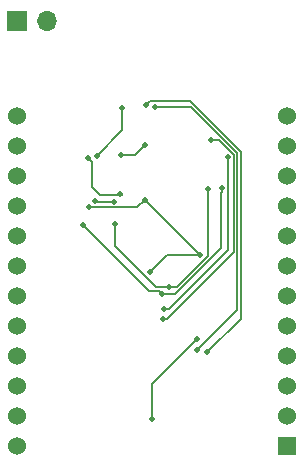
<source format=gbl>
G04 #@! TF.GenerationSoftware,KiCad,Pcbnew,(5.1.5)-3*
G04 #@! TF.CreationDate,2020-01-04T17:30:10-08:00*
G04 #@! TF.ProjectId,pcb,7063622e-6b69-4636-9164-5f7063625858,v1.1*
G04 #@! TF.SameCoordinates,Original*
G04 #@! TF.FileFunction,Copper,L2,Bot*
G04 #@! TF.FilePolarity,Positive*
%FSLAX46Y46*%
G04 Gerber Fmt 4.6, Leading zero omitted, Abs format (unit mm)*
G04 Created by KiCad (PCBNEW (5.1.5)-3) date 2020-01-04 17:30:10*
%MOMM*%
%LPD*%
G04 APERTURE LIST*
%ADD10R,1.524000X1.524000*%
%ADD11C,1.524000*%
%ADD12R,1.700000X1.700000*%
%ADD13O,1.700000X1.700000*%
%ADD14C,0.508000*%
%ADD15C,0.152400*%
G04 APERTURE END LIST*
D10*
X151892000Y-124968000D03*
D11*
X151892000Y-122428000D03*
X151892000Y-119888000D03*
X151892000Y-117348000D03*
X151892000Y-114808000D03*
X151892000Y-112268000D03*
X151892000Y-109728000D03*
X151892000Y-107188000D03*
X151892000Y-104648000D03*
X151892000Y-102108000D03*
X151892000Y-99568000D03*
X151892000Y-97028000D03*
X129032000Y-97028000D03*
X129032000Y-99568000D03*
X129032000Y-102108000D03*
X129032000Y-104648000D03*
X129032000Y-107188000D03*
X129032000Y-109728000D03*
X129032000Y-112268000D03*
X129032000Y-114808000D03*
X129032000Y-117348000D03*
X129032000Y-119888000D03*
X129032000Y-122428000D03*
X129032000Y-124968000D03*
D12*
X129032000Y-89027000D03*
D13*
X131572000Y-89027000D03*
D14*
X135636000Y-104267000D03*
X137205200Y-104294800D03*
X141859000Y-111506000D03*
X137287000Y-106172000D03*
X145161000Y-103251000D03*
X139827000Y-104140000D03*
X144526000Y-108839000D03*
X135128000Y-104775000D03*
X140249447Y-110277447D03*
X144272000Y-115951000D03*
X140462000Y-122682000D03*
X141323200Y-112141000D03*
X134620000Y-106299000D03*
X146381553Y-103124000D03*
X144272000Y-116840000D03*
X140716000Y-96266000D03*
X145096793Y-117031207D03*
X139954000Y-96139000D03*
X141478000Y-113411000D03*
X146861753Y-100534247D03*
X141373053Y-114195053D03*
X145415000Y-99060000D03*
X135001000Y-100584000D03*
X137770148Y-103659800D03*
X137795000Y-100330000D03*
X139868294Y-99458413D03*
X137922000Y-96393000D03*
X135781847Y-100392953D03*
D15*
X135663800Y-104294800D02*
X135636000Y-104267000D01*
X137205200Y-104294800D02*
X135663800Y-104294800D01*
X137287000Y-108025698D02*
X137287000Y-106172000D01*
X141859000Y-111506000D02*
X140767302Y-111506000D01*
X140767302Y-111506000D02*
X137287000Y-108025698D01*
X145161000Y-108914698D02*
X145161000Y-103251000D01*
X141859000Y-111506000D02*
X142569698Y-111506000D01*
X142569698Y-111506000D02*
X145161000Y-108914698D01*
X139827000Y-104140000D02*
X144526000Y-108839000D01*
X139827000Y-104140000D02*
X139192000Y-104775000D01*
X139192000Y-104775000D02*
X135128000Y-104775000D01*
X141687894Y-108839000D02*
X144526000Y-108839000D01*
X140249447Y-110277447D02*
X141687894Y-108839000D01*
X144272000Y-115951000D02*
X140462000Y-119761000D01*
X140462000Y-119761000D02*
X140462000Y-122682000D01*
X141069201Y-111887001D02*
X140335001Y-111887001D01*
X141323200Y-112141000D02*
X141069201Y-111887001D01*
X140335001Y-111887001D02*
X140208001Y-111887001D01*
X140208001Y-111887001D02*
X134620000Y-106299000D01*
X141323200Y-112141000D02*
X142362370Y-112141000D01*
X142362370Y-112141000D02*
X146304000Y-108199370D01*
X146304000Y-103560763D02*
X146304000Y-108199370D01*
X146381553Y-103483210D02*
X146304000Y-103560763D01*
X146381553Y-103124000D02*
X146381553Y-103483210D01*
X147644363Y-100178487D02*
X143731876Y-96266000D01*
X143731876Y-96266000D02*
X140716000Y-96266000D01*
X144272000Y-116840000D02*
X147644364Y-113467636D01*
X147644364Y-113467636D02*
X147644363Y-100178487D01*
X147946772Y-114181228D02*
X147946772Y-100053224D01*
X140307201Y-95785799D02*
X139954000Y-96139000D01*
X145096793Y-117031207D02*
X147946772Y-114181228D01*
X143679347Y-95785799D02*
X140307201Y-95785799D01*
X147946772Y-100053224D02*
X143679347Y-95785799D01*
X146861753Y-108386457D02*
X146861753Y-100534247D01*
X141478000Y-113411000D02*
X141837210Y-113411000D01*
X141837210Y-113411000D02*
X146861753Y-108386457D01*
X141373053Y-114195053D02*
X141732263Y-114195053D01*
X147341954Y-100303750D02*
X146098204Y-99060000D01*
X141732263Y-114195053D02*
X147341954Y-108585362D01*
X147341954Y-108585362D02*
X147341954Y-100303750D01*
X146098204Y-99060000D02*
X145415000Y-99060000D01*
X135343759Y-100926759D02*
X135343759Y-103085759D01*
X135343759Y-103085759D02*
X136017000Y-103759000D01*
X135001000Y-100584000D02*
X135343759Y-100926759D01*
X136017000Y-103759000D02*
X137922000Y-103759000D01*
X139772781Y-99458413D02*
X139868294Y-99458413D01*
X138996707Y-100330000D02*
X139868294Y-99458413D01*
X137795000Y-100330000D02*
X138996707Y-100330000D01*
X137922000Y-96393000D02*
X137922000Y-98252800D01*
X137922000Y-98252800D02*
X135781847Y-100392953D01*
M02*

</source>
